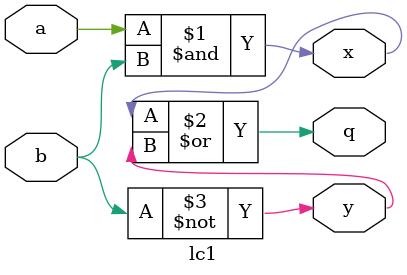
<source format=v>

module lc1(a,b,x,y,q);
input a,b;
output x,y,q;

and(x,a,b);
not(y,b);
or(q,x,y);

endmodule

</source>
